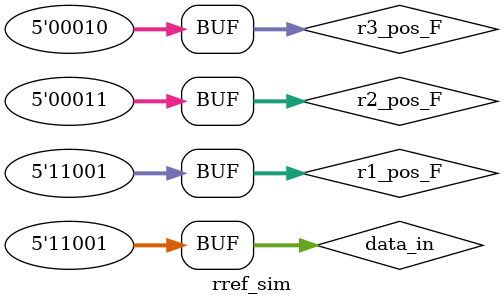
<source format=v>
`timescale 1ns / 1ps


module rref_sim(

    );
     reg [4:0]data_in;
       wire [4:0]r1_out;
       wire [4:0]r2_out;
       wire [4:0]r3_out;
       reg [4:0]r1_pos_F;
       reg [4:0]r2_pos_F;
       reg [4:0]r3_pos_F;
       //integer i;
        initial
        begin
        r1_pos_F=5'd25;
        r2_pos_F=5'd3;
        r3_pos_F=5'd2;
        end
reverse_rotation_engine_F rreF_test_1(.data_in(data_in),
.r1_pos_F(r1_pos_F),
.r2_pos_F(r2_pos_F),
.r3_pos_F(r3_pos_F),
.r1_out(r1_out),
.r2_out(r2_out),
.r3_out(r3_out));
        
        initial
        begin
        r1_pos_F=5'd25;
        r2_pos_F=5'd3;
        r3_pos_F=5'd2;
        /*
        for(i=0;i<500;i=i+1)begin
        if(data_in==5'd25)begin
        data_in=5'd0;
        end
        else
        begin
        data_in=data_in+5'd1;
        end
        #5;
     
        end
        */
#1 data_in=5'd0;

#1 data_in=5'd1;

#1 data_in=5'd2;

#1 data_in=5'd3;

#1 data_in=5'd4;
#1 data_in=5'd5;
#1 data_in=5'd6;
#1 data_in=5'd7;
#1 data_in=5'd8;
#1 data_in=5'd9;
#1 data_in=5'd10;
#1 data_in=5'd11;
#1 data_in=5'd12;
#1 data_in=5'd13;
#1 data_in=5'd14;
#1 data_in=5'd15;
#1 data_in=5'd16;
#1 data_in=5'd17;
#1 data_in=5'd18;
#1 data_in=5'd19;
#1 data_in=5'd20;
#1 data_in=5'd21;
#1 data_in=5'd22;
#1 data_in=5'd23;
#1 data_in=5'd24;
#1 data_in=5'd25;
 end
        
endmodule

</source>
